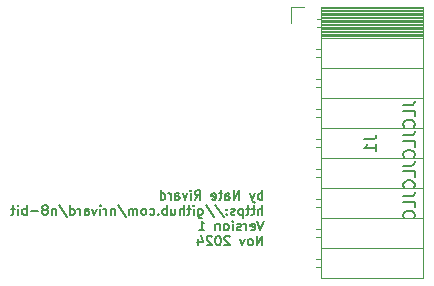
<source format=gbr>
%TF.GenerationSoftware,KiCad,Pcbnew,8.0.5*%
%TF.CreationDate,2024-11-04T18:15:50+01:00*%
%TF.ProjectId,spi master,73706920-6d61-4737-9465-722e6b696361,rev?*%
%TF.SameCoordinates,Original*%
%TF.FileFunction,Legend,Bot*%
%TF.FilePolarity,Positive*%
%FSLAX46Y46*%
G04 Gerber Fmt 4.6, Leading zero omitted, Abs format (unit mm)*
G04 Created by KiCad (PCBNEW 8.0.5) date 2024-11-04 18:15:50*
%MOMM*%
%LPD*%
G01*
G04 APERTURE LIST*
%ADD10C,0.150000*%
%ADD11C,0.120000*%
G04 APERTURE END LIST*
D10*
X198310619Y-99134493D02*
X199024904Y-99134493D01*
X199024904Y-99134493D02*
X199167761Y-99086874D01*
X199167761Y-99086874D02*
X199263000Y-98991636D01*
X199263000Y-98991636D02*
X199310619Y-98848779D01*
X199310619Y-98848779D02*
X199310619Y-98753541D01*
X199310619Y-100086874D02*
X199310619Y-99610684D01*
X199310619Y-99610684D02*
X198310619Y-99610684D01*
X199215380Y-100991636D02*
X199263000Y-100944017D01*
X199263000Y-100944017D02*
X199310619Y-100801160D01*
X199310619Y-100801160D02*
X199310619Y-100705922D01*
X199310619Y-100705922D02*
X199263000Y-100563065D01*
X199263000Y-100563065D02*
X199167761Y-100467827D01*
X199167761Y-100467827D02*
X199072523Y-100420208D01*
X199072523Y-100420208D02*
X198882047Y-100372589D01*
X198882047Y-100372589D02*
X198739190Y-100372589D01*
X198739190Y-100372589D02*
X198548714Y-100420208D01*
X198548714Y-100420208D02*
X198453476Y-100467827D01*
X198453476Y-100467827D02*
X198358238Y-100563065D01*
X198358238Y-100563065D02*
X198310619Y-100705922D01*
X198310619Y-100705922D02*
X198310619Y-100801160D01*
X198310619Y-100801160D02*
X198358238Y-100944017D01*
X198358238Y-100944017D02*
X198405857Y-100991636D01*
X198310619Y-101705922D02*
X199024904Y-101705922D01*
X199024904Y-101705922D02*
X199167761Y-101658303D01*
X199167761Y-101658303D02*
X199263000Y-101563065D01*
X199263000Y-101563065D02*
X199310619Y-101420208D01*
X199310619Y-101420208D02*
X199310619Y-101324970D01*
X199310619Y-102658303D02*
X199310619Y-102182113D01*
X199310619Y-102182113D02*
X198310619Y-102182113D01*
X199215380Y-103563065D02*
X199263000Y-103515446D01*
X199263000Y-103515446D02*
X199310619Y-103372589D01*
X199310619Y-103372589D02*
X199310619Y-103277351D01*
X199310619Y-103277351D02*
X199263000Y-103134494D01*
X199263000Y-103134494D02*
X199167761Y-103039256D01*
X199167761Y-103039256D02*
X199072523Y-102991637D01*
X199072523Y-102991637D02*
X198882047Y-102944018D01*
X198882047Y-102944018D02*
X198739190Y-102944018D01*
X198739190Y-102944018D02*
X198548714Y-102991637D01*
X198548714Y-102991637D02*
X198453476Y-103039256D01*
X198453476Y-103039256D02*
X198358238Y-103134494D01*
X198358238Y-103134494D02*
X198310619Y-103277351D01*
X198310619Y-103277351D02*
X198310619Y-103372589D01*
X198310619Y-103372589D02*
X198358238Y-103515446D01*
X198358238Y-103515446D02*
X198405857Y-103563065D01*
X198310619Y-104277351D02*
X199024904Y-104277351D01*
X199024904Y-104277351D02*
X199167761Y-104229732D01*
X199167761Y-104229732D02*
X199263000Y-104134494D01*
X199263000Y-104134494D02*
X199310619Y-103991637D01*
X199310619Y-103991637D02*
X199310619Y-103896399D01*
X199310619Y-105229732D02*
X199310619Y-104753542D01*
X199310619Y-104753542D02*
X198310619Y-104753542D01*
X199215380Y-106134494D02*
X199263000Y-106086875D01*
X199263000Y-106086875D02*
X199310619Y-105944018D01*
X199310619Y-105944018D02*
X199310619Y-105848780D01*
X199310619Y-105848780D02*
X199263000Y-105705923D01*
X199263000Y-105705923D02*
X199167761Y-105610685D01*
X199167761Y-105610685D02*
X199072523Y-105563066D01*
X199072523Y-105563066D02*
X198882047Y-105515447D01*
X198882047Y-105515447D02*
X198739190Y-105515447D01*
X198739190Y-105515447D02*
X198548714Y-105563066D01*
X198548714Y-105563066D02*
X198453476Y-105610685D01*
X198453476Y-105610685D02*
X198358238Y-105705923D01*
X198358238Y-105705923D02*
X198310619Y-105848780D01*
X198310619Y-105848780D02*
X198310619Y-105944018D01*
X198310619Y-105944018D02*
X198358238Y-106086875D01*
X198358238Y-106086875D02*
X198405857Y-106134494D01*
X198310619Y-106848780D02*
X199024904Y-106848780D01*
X199024904Y-106848780D02*
X199167761Y-106801161D01*
X199167761Y-106801161D02*
X199263000Y-106705923D01*
X199263000Y-106705923D02*
X199310619Y-106563066D01*
X199310619Y-106563066D02*
X199310619Y-106467828D01*
X199310619Y-107801161D02*
X199310619Y-107324971D01*
X199310619Y-107324971D02*
X198310619Y-107324971D01*
X199215380Y-108705923D02*
X199263000Y-108658304D01*
X199263000Y-108658304D02*
X199310619Y-108515447D01*
X199310619Y-108515447D02*
X199310619Y-108420209D01*
X199310619Y-108420209D02*
X199263000Y-108277352D01*
X199263000Y-108277352D02*
X199167761Y-108182114D01*
X199167761Y-108182114D02*
X199072523Y-108134495D01*
X199072523Y-108134495D02*
X198882047Y-108086876D01*
X198882047Y-108086876D02*
X198739190Y-108086876D01*
X198739190Y-108086876D02*
X198548714Y-108134495D01*
X198548714Y-108134495D02*
X198453476Y-108182114D01*
X198453476Y-108182114D02*
X198358238Y-108277352D01*
X198358238Y-108277352D02*
X198310619Y-108420209D01*
X198310619Y-108420209D02*
X198310619Y-108515447D01*
X198310619Y-108515447D02*
X198358238Y-108658304D01*
X198358238Y-108658304D02*
X198405857Y-108705923D01*
X186400839Y-107142363D02*
X186400839Y-106342363D01*
X186400839Y-106647125D02*
X186324649Y-106609029D01*
X186324649Y-106609029D02*
X186172268Y-106609029D01*
X186172268Y-106609029D02*
X186096077Y-106647125D01*
X186096077Y-106647125D02*
X186057982Y-106685220D01*
X186057982Y-106685220D02*
X186019887Y-106761410D01*
X186019887Y-106761410D02*
X186019887Y-106989982D01*
X186019887Y-106989982D02*
X186057982Y-107066172D01*
X186057982Y-107066172D02*
X186096077Y-107104268D01*
X186096077Y-107104268D02*
X186172268Y-107142363D01*
X186172268Y-107142363D02*
X186324649Y-107142363D01*
X186324649Y-107142363D02*
X186400839Y-107104268D01*
X185753220Y-106609029D02*
X185562744Y-107142363D01*
X185372267Y-106609029D02*
X185562744Y-107142363D01*
X185562744Y-107142363D02*
X185638934Y-107332839D01*
X185638934Y-107332839D02*
X185677029Y-107370934D01*
X185677029Y-107370934D02*
X185753220Y-107409029D01*
X184457981Y-107142363D02*
X184457981Y-106342363D01*
X184457981Y-106342363D02*
X184000838Y-107142363D01*
X184000838Y-107142363D02*
X184000838Y-106342363D01*
X183277029Y-107142363D02*
X183277029Y-106723315D01*
X183277029Y-106723315D02*
X183315124Y-106647125D01*
X183315124Y-106647125D02*
X183391315Y-106609029D01*
X183391315Y-106609029D02*
X183543696Y-106609029D01*
X183543696Y-106609029D02*
X183619886Y-106647125D01*
X183277029Y-107104268D02*
X183353220Y-107142363D01*
X183353220Y-107142363D02*
X183543696Y-107142363D01*
X183543696Y-107142363D02*
X183619886Y-107104268D01*
X183619886Y-107104268D02*
X183657982Y-107028077D01*
X183657982Y-107028077D02*
X183657982Y-106951887D01*
X183657982Y-106951887D02*
X183619886Y-106875696D01*
X183619886Y-106875696D02*
X183543696Y-106837601D01*
X183543696Y-106837601D02*
X183353220Y-106837601D01*
X183353220Y-106837601D02*
X183277029Y-106799506D01*
X183010362Y-106609029D02*
X182705600Y-106609029D01*
X182896076Y-106342363D02*
X182896076Y-107028077D01*
X182896076Y-107028077D02*
X182857981Y-107104268D01*
X182857981Y-107104268D02*
X182781791Y-107142363D01*
X182781791Y-107142363D02*
X182705600Y-107142363D01*
X182134171Y-107104268D02*
X182210362Y-107142363D01*
X182210362Y-107142363D02*
X182362743Y-107142363D01*
X182362743Y-107142363D02*
X182438933Y-107104268D01*
X182438933Y-107104268D02*
X182477029Y-107028077D01*
X182477029Y-107028077D02*
X182477029Y-106723315D01*
X182477029Y-106723315D02*
X182438933Y-106647125D01*
X182438933Y-106647125D02*
X182362743Y-106609029D01*
X182362743Y-106609029D02*
X182210362Y-106609029D01*
X182210362Y-106609029D02*
X182134171Y-106647125D01*
X182134171Y-106647125D02*
X182096076Y-106723315D01*
X182096076Y-106723315D02*
X182096076Y-106799506D01*
X182096076Y-106799506D02*
X182477029Y-106875696D01*
X180686552Y-107142363D02*
X180953219Y-106761410D01*
X181143695Y-107142363D02*
X181143695Y-106342363D01*
X181143695Y-106342363D02*
X180838933Y-106342363D01*
X180838933Y-106342363D02*
X180762743Y-106380458D01*
X180762743Y-106380458D02*
X180724648Y-106418553D01*
X180724648Y-106418553D02*
X180686552Y-106494744D01*
X180686552Y-106494744D02*
X180686552Y-106609029D01*
X180686552Y-106609029D02*
X180724648Y-106685220D01*
X180724648Y-106685220D02*
X180762743Y-106723315D01*
X180762743Y-106723315D02*
X180838933Y-106761410D01*
X180838933Y-106761410D02*
X181143695Y-106761410D01*
X180343695Y-107142363D02*
X180343695Y-106609029D01*
X180343695Y-106342363D02*
X180381791Y-106380458D01*
X180381791Y-106380458D02*
X180343695Y-106418553D01*
X180343695Y-106418553D02*
X180305600Y-106380458D01*
X180305600Y-106380458D02*
X180343695Y-106342363D01*
X180343695Y-106342363D02*
X180343695Y-106418553D01*
X180038934Y-106609029D02*
X179848458Y-107142363D01*
X179848458Y-107142363D02*
X179657981Y-106609029D01*
X179010362Y-107142363D02*
X179010362Y-106723315D01*
X179010362Y-106723315D02*
X179048457Y-106647125D01*
X179048457Y-106647125D02*
X179124648Y-106609029D01*
X179124648Y-106609029D02*
X179277029Y-106609029D01*
X179277029Y-106609029D02*
X179353219Y-106647125D01*
X179010362Y-107104268D02*
X179086553Y-107142363D01*
X179086553Y-107142363D02*
X179277029Y-107142363D01*
X179277029Y-107142363D02*
X179353219Y-107104268D01*
X179353219Y-107104268D02*
X179391315Y-107028077D01*
X179391315Y-107028077D02*
X179391315Y-106951887D01*
X179391315Y-106951887D02*
X179353219Y-106875696D01*
X179353219Y-106875696D02*
X179277029Y-106837601D01*
X179277029Y-106837601D02*
X179086553Y-106837601D01*
X179086553Y-106837601D02*
X179010362Y-106799506D01*
X178629409Y-107142363D02*
X178629409Y-106609029D01*
X178629409Y-106761410D02*
X178591314Y-106685220D01*
X178591314Y-106685220D02*
X178553219Y-106647125D01*
X178553219Y-106647125D02*
X178477028Y-106609029D01*
X178477028Y-106609029D02*
X178400838Y-106609029D01*
X177791314Y-107142363D02*
X177791314Y-106342363D01*
X177791314Y-107104268D02*
X177867505Y-107142363D01*
X177867505Y-107142363D02*
X178019886Y-107142363D01*
X178019886Y-107142363D02*
X178096076Y-107104268D01*
X178096076Y-107104268D02*
X178134171Y-107066172D01*
X178134171Y-107066172D02*
X178172267Y-106989982D01*
X178172267Y-106989982D02*
X178172267Y-106761410D01*
X178172267Y-106761410D02*
X178134171Y-106685220D01*
X178134171Y-106685220D02*
X178096076Y-106647125D01*
X178096076Y-106647125D02*
X178019886Y-106609029D01*
X178019886Y-106609029D02*
X177867505Y-106609029D01*
X177867505Y-106609029D02*
X177791314Y-106647125D01*
X186400839Y-108430318D02*
X186400839Y-107630318D01*
X186057982Y-108430318D02*
X186057982Y-108011270D01*
X186057982Y-108011270D02*
X186096077Y-107935080D01*
X186096077Y-107935080D02*
X186172268Y-107896984D01*
X186172268Y-107896984D02*
X186286554Y-107896984D01*
X186286554Y-107896984D02*
X186362744Y-107935080D01*
X186362744Y-107935080D02*
X186400839Y-107973175D01*
X185791315Y-107896984D02*
X185486553Y-107896984D01*
X185677029Y-107630318D02*
X185677029Y-108316032D01*
X185677029Y-108316032D02*
X185638934Y-108392223D01*
X185638934Y-108392223D02*
X185562744Y-108430318D01*
X185562744Y-108430318D02*
X185486553Y-108430318D01*
X185334172Y-107896984D02*
X185029410Y-107896984D01*
X185219886Y-107630318D02*
X185219886Y-108316032D01*
X185219886Y-108316032D02*
X185181791Y-108392223D01*
X185181791Y-108392223D02*
X185105601Y-108430318D01*
X185105601Y-108430318D02*
X185029410Y-108430318D01*
X184762743Y-107896984D02*
X184762743Y-108696984D01*
X184762743Y-107935080D02*
X184686553Y-107896984D01*
X184686553Y-107896984D02*
X184534172Y-107896984D01*
X184534172Y-107896984D02*
X184457981Y-107935080D01*
X184457981Y-107935080D02*
X184419886Y-107973175D01*
X184419886Y-107973175D02*
X184381791Y-108049365D01*
X184381791Y-108049365D02*
X184381791Y-108277937D01*
X184381791Y-108277937D02*
X184419886Y-108354127D01*
X184419886Y-108354127D02*
X184457981Y-108392223D01*
X184457981Y-108392223D02*
X184534172Y-108430318D01*
X184534172Y-108430318D02*
X184686553Y-108430318D01*
X184686553Y-108430318D02*
X184762743Y-108392223D01*
X184077029Y-108392223D02*
X184000838Y-108430318D01*
X184000838Y-108430318D02*
X183848457Y-108430318D01*
X183848457Y-108430318D02*
X183772267Y-108392223D01*
X183772267Y-108392223D02*
X183734171Y-108316032D01*
X183734171Y-108316032D02*
X183734171Y-108277937D01*
X183734171Y-108277937D02*
X183772267Y-108201746D01*
X183772267Y-108201746D02*
X183848457Y-108163651D01*
X183848457Y-108163651D02*
X183962743Y-108163651D01*
X183962743Y-108163651D02*
X184038933Y-108125556D01*
X184038933Y-108125556D02*
X184077029Y-108049365D01*
X184077029Y-108049365D02*
X184077029Y-108011270D01*
X184077029Y-108011270D02*
X184038933Y-107935080D01*
X184038933Y-107935080D02*
X183962743Y-107896984D01*
X183962743Y-107896984D02*
X183848457Y-107896984D01*
X183848457Y-107896984D02*
X183772267Y-107935080D01*
X183391314Y-108354127D02*
X183353219Y-108392223D01*
X183353219Y-108392223D02*
X183391314Y-108430318D01*
X183391314Y-108430318D02*
X183429410Y-108392223D01*
X183429410Y-108392223D02*
X183391314Y-108354127D01*
X183391314Y-108354127D02*
X183391314Y-108430318D01*
X183391314Y-107935080D02*
X183353219Y-107973175D01*
X183353219Y-107973175D02*
X183391314Y-108011270D01*
X183391314Y-108011270D02*
X183429410Y-107973175D01*
X183429410Y-107973175D02*
X183391314Y-107935080D01*
X183391314Y-107935080D02*
X183391314Y-108011270D01*
X182438934Y-107592223D02*
X183124648Y-108620794D01*
X181600839Y-107592223D02*
X182286553Y-108620794D01*
X180991315Y-107896984D02*
X180991315Y-108544603D01*
X180991315Y-108544603D02*
X181029410Y-108620794D01*
X181029410Y-108620794D02*
X181067506Y-108658889D01*
X181067506Y-108658889D02*
X181143696Y-108696984D01*
X181143696Y-108696984D02*
X181257982Y-108696984D01*
X181257982Y-108696984D02*
X181334172Y-108658889D01*
X180991315Y-108392223D02*
X181067506Y-108430318D01*
X181067506Y-108430318D02*
X181219887Y-108430318D01*
X181219887Y-108430318D02*
X181296077Y-108392223D01*
X181296077Y-108392223D02*
X181334172Y-108354127D01*
X181334172Y-108354127D02*
X181372268Y-108277937D01*
X181372268Y-108277937D02*
X181372268Y-108049365D01*
X181372268Y-108049365D02*
X181334172Y-107973175D01*
X181334172Y-107973175D02*
X181296077Y-107935080D01*
X181296077Y-107935080D02*
X181219887Y-107896984D01*
X181219887Y-107896984D02*
X181067506Y-107896984D01*
X181067506Y-107896984D02*
X180991315Y-107935080D01*
X180610362Y-108430318D02*
X180610362Y-107896984D01*
X180610362Y-107630318D02*
X180648458Y-107668413D01*
X180648458Y-107668413D02*
X180610362Y-107706508D01*
X180610362Y-107706508D02*
X180572267Y-107668413D01*
X180572267Y-107668413D02*
X180610362Y-107630318D01*
X180610362Y-107630318D02*
X180610362Y-107706508D01*
X180343696Y-107896984D02*
X180038934Y-107896984D01*
X180229410Y-107630318D02*
X180229410Y-108316032D01*
X180229410Y-108316032D02*
X180191315Y-108392223D01*
X180191315Y-108392223D02*
X180115125Y-108430318D01*
X180115125Y-108430318D02*
X180038934Y-108430318D01*
X179772267Y-108430318D02*
X179772267Y-107630318D01*
X179429410Y-108430318D02*
X179429410Y-108011270D01*
X179429410Y-108011270D02*
X179467505Y-107935080D01*
X179467505Y-107935080D02*
X179543696Y-107896984D01*
X179543696Y-107896984D02*
X179657982Y-107896984D01*
X179657982Y-107896984D02*
X179734172Y-107935080D01*
X179734172Y-107935080D02*
X179772267Y-107973175D01*
X178705600Y-107896984D02*
X178705600Y-108430318D01*
X179048457Y-107896984D02*
X179048457Y-108316032D01*
X179048457Y-108316032D02*
X179010362Y-108392223D01*
X179010362Y-108392223D02*
X178934172Y-108430318D01*
X178934172Y-108430318D02*
X178819886Y-108430318D01*
X178819886Y-108430318D02*
X178743695Y-108392223D01*
X178743695Y-108392223D02*
X178705600Y-108354127D01*
X178324647Y-108430318D02*
X178324647Y-107630318D01*
X178324647Y-107935080D02*
X178248457Y-107896984D01*
X178248457Y-107896984D02*
X178096076Y-107896984D01*
X178096076Y-107896984D02*
X178019885Y-107935080D01*
X178019885Y-107935080D02*
X177981790Y-107973175D01*
X177981790Y-107973175D02*
X177943695Y-108049365D01*
X177943695Y-108049365D02*
X177943695Y-108277937D01*
X177943695Y-108277937D02*
X177981790Y-108354127D01*
X177981790Y-108354127D02*
X178019885Y-108392223D01*
X178019885Y-108392223D02*
X178096076Y-108430318D01*
X178096076Y-108430318D02*
X178248457Y-108430318D01*
X178248457Y-108430318D02*
X178324647Y-108392223D01*
X177600837Y-108354127D02*
X177562742Y-108392223D01*
X177562742Y-108392223D02*
X177600837Y-108430318D01*
X177600837Y-108430318D02*
X177638933Y-108392223D01*
X177638933Y-108392223D02*
X177600837Y-108354127D01*
X177600837Y-108354127D02*
X177600837Y-108430318D01*
X176877028Y-108392223D02*
X176953219Y-108430318D01*
X176953219Y-108430318D02*
X177105600Y-108430318D01*
X177105600Y-108430318D02*
X177181790Y-108392223D01*
X177181790Y-108392223D02*
X177219885Y-108354127D01*
X177219885Y-108354127D02*
X177257981Y-108277937D01*
X177257981Y-108277937D02*
X177257981Y-108049365D01*
X177257981Y-108049365D02*
X177219885Y-107973175D01*
X177219885Y-107973175D02*
X177181790Y-107935080D01*
X177181790Y-107935080D02*
X177105600Y-107896984D01*
X177105600Y-107896984D02*
X176953219Y-107896984D01*
X176953219Y-107896984D02*
X176877028Y-107935080D01*
X176419886Y-108430318D02*
X176496076Y-108392223D01*
X176496076Y-108392223D02*
X176534171Y-108354127D01*
X176534171Y-108354127D02*
X176572267Y-108277937D01*
X176572267Y-108277937D02*
X176572267Y-108049365D01*
X176572267Y-108049365D02*
X176534171Y-107973175D01*
X176534171Y-107973175D02*
X176496076Y-107935080D01*
X176496076Y-107935080D02*
X176419886Y-107896984D01*
X176419886Y-107896984D02*
X176305600Y-107896984D01*
X176305600Y-107896984D02*
X176229409Y-107935080D01*
X176229409Y-107935080D02*
X176191314Y-107973175D01*
X176191314Y-107973175D02*
X176153219Y-108049365D01*
X176153219Y-108049365D02*
X176153219Y-108277937D01*
X176153219Y-108277937D02*
X176191314Y-108354127D01*
X176191314Y-108354127D02*
X176229409Y-108392223D01*
X176229409Y-108392223D02*
X176305600Y-108430318D01*
X176305600Y-108430318D02*
X176419886Y-108430318D01*
X175810361Y-108430318D02*
X175810361Y-107896984D01*
X175810361Y-107973175D02*
X175772266Y-107935080D01*
X175772266Y-107935080D02*
X175696076Y-107896984D01*
X175696076Y-107896984D02*
X175581790Y-107896984D01*
X175581790Y-107896984D02*
X175505599Y-107935080D01*
X175505599Y-107935080D02*
X175467504Y-108011270D01*
X175467504Y-108011270D02*
X175467504Y-108430318D01*
X175467504Y-108011270D02*
X175429409Y-107935080D01*
X175429409Y-107935080D02*
X175353218Y-107896984D01*
X175353218Y-107896984D02*
X175238933Y-107896984D01*
X175238933Y-107896984D02*
X175162742Y-107935080D01*
X175162742Y-107935080D02*
X175124647Y-108011270D01*
X175124647Y-108011270D02*
X175124647Y-108430318D01*
X174172266Y-107592223D02*
X174857980Y-108620794D01*
X173905599Y-107896984D02*
X173905599Y-108430318D01*
X173905599Y-107973175D02*
X173867504Y-107935080D01*
X173867504Y-107935080D02*
X173791314Y-107896984D01*
X173791314Y-107896984D02*
X173677028Y-107896984D01*
X173677028Y-107896984D02*
X173600837Y-107935080D01*
X173600837Y-107935080D02*
X173562742Y-108011270D01*
X173562742Y-108011270D02*
X173562742Y-108430318D01*
X173181789Y-108430318D02*
X173181789Y-107896984D01*
X173181789Y-108049365D02*
X173143694Y-107973175D01*
X173143694Y-107973175D02*
X173105599Y-107935080D01*
X173105599Y-107935080D02*
X173029408Y-107896984D01*
X173029408Y-107896984D02*
X172953218Y-107896984D01*
X172686551Y-108430318D02*
X172686551Y-107896984D01*
X172686551Y-107630318D02*
X172724647Y-107668413D01*
X172724647Y-107668413D02*
X172686551Y-107706508D01*
X172686551Y-107706508D02*
X172648456Y-107668413D01*
X172648456Y-107668413D02*
X172686551Y-107630318D01*
X172686551Y-107630318D02*
X172686551Y-107706508D01*
X172381790Y-107896984D02*
X172191314Y-108430318D01*
X172191314Y-108430318D02*
X172000837Y-107896984D01*
X171353218Y-108430318D02*
X171353218Y-108011270D01*
X171353218Y-108011270D02*
X171391313Y-107935080D01*
X171391313Y-107935080D02*
X171467504Y-107896984D01*
X171467504Y-107896984D02*
X171619885Y-107896984D01*
X171619885Y-107896984D02*
X171696075Y-107935080D01*
X171353218Y-108392223D02*
X171429409Y-108430318D01*
X171429409Y-108430318D02*
X171619885Y-108430318D01*
X171619885Y-108430318D02*
X171696075Y-108392223D01*
X171696075Y-108392223D02*
X171734171Y-108316032D01*
X171734171Y-108316032D02*
X171734171Y-108239842D01*
X171734171Y-108239842D02*
X171696075Y-108163651D01*
X171696075Y-108163651D02*
X171619885Y-108125556D01*
X171619885Y-108125556D02*
X171429409Y-108125556D01*
X171429409Y-108125556D02*
X171353218Y-108087461D01*
X170972265Y-108430318D02*
X170972265Y-107896984D01*
X170972265Y-108049365D02*
X170934170Y-107973175D01*
X170934170Y-107973175D02*
X170896075Y-107935080D01*
X170896075Y-107935080D02*
X170819884Y-107896984D01*
X170819884Y-107896984D02*
X170743694Y-107896984D01*
X170134170Y-108430318D02*
X170134170Y-107630318D01*
X170134170Y-108392223D02*
X170210361Y-108430318D01*
X170210361Y-108430318D02*
X170362742Y-108430318D01*
X170362742Y-108430318D02*
X170438932Y-108392223D01*
X170438932Y-108392223D02*
X170477027Y-108354127D01*
X170477027Y-108354127D02*
X170515123Y-108277937D01*
X170515123Y-108277937D02*
X170515123Y-108049365D01*
X170515123Y-108049365D02*
X170477027Y-107973175D01*
X170477027Y-107973175D02*
X170438932Y-107935080D01*
X170438932Y-107935080D02*
X170362742Y-107896984D01*
X170362742Y-107896984D02*
X170210361Y-107896984D01*
X170210361Y-107896984D02*
X170134170Y-107935080D01*
X169181789Y-107592223D02*
X169867503Y-108620794D01*
X168915122Y-107896984D02*
X168915122Y-108430318D01*
X168915122Y-107973175D02*
X168877027Y-107935080D01*
X168877027Y-107935080D02*
X168800837Y-107896984D01*
X168800837Y-107896984D02*
X168686551Y-107896984D01*
X168686551Y-107896984D02*
X168610360Y-107935080D01*
X168610360Y-107935080D02*
X168572265Y-108011270D01*
X168572265Y-108011270D02*
X168572265Y-108430318D01*
X168077027Y-107973175D02*
X168153217Y-107935080D01*
X168153217Y-107935080D02*
X168191312Y-107896984D01*
X168191312Y-107896984D02*
X168229408Y-107820794D01*
X168229408Y-107820794D02*
X168229408Y-107782699D01*
X168229408Y-107782699D02*
X168191312Y-107706508D01*
X168191312Y-107706508D02*
X168153217Y-107668413D01*
X168153217Y-107668413D02*
X168077027Y-107630318D01*
X168077027Y-107630318D02*
X167924646Y-107630318D01*
X167924646Y-107630318D02*
X167848455Y-107668413D01*
X167848455Y-107668413D02*
X167810360Y-107706508D01*
X167810360Y-107706508D02*
X167772265Y-107782699D01*
X167772265Y-107782699D02*
X167772265Y-107820794D01*
X167772265Y-107820794D02*
X167810360Y-107896984D01*
X167810360Y-107896984D02*
X167848455Y-107935080D01*
X167848455Y-107935080D02*
X167924646Y-107973175D01*
X167924646Y-107973175D02*
X168077027Y-107973175D01*
X168077027Y-107973175D02*
X168153217Y-108011270D01*
X168153217Y-108011270D02*
X168191312Y-108049365D01*
X168191312Y-108049365D02*
X168229408Y-108125556D01*
X168229408Y-108125556D02*
X168229408Y-108277937D01*
X168229408Y-108277937D02*
X168191312Y-108354127D01*
X168191312Y-108354127D02*
X168153217Y-108392223D01*
X168153217Y-108392223D02*
X168077027Y-108430318D01*
X168077027Y-108430318D02*
X167924646Y-108430318D01*
X167924646Y-108430318D02*
X167848455Y-108392223D01*
X167848455Y-108392223D02*
X167810360Y-108354127D01*
X167810360Y-108354127D02*
X167772265Y-108277937D01*
X167772265Y-108277937D02*
X167772265Y-108125556D01*
X167772265Y-108125556D02*
X167810360Y-108049365D01*
X167810360Y-108049365D02*
X167848455Y-108011270D01*
X167848455Y-108011270D02*
X167924646Y-107973175D01*
X167429407Y-108125556D02*
X166819884Y-108125556D01*
X166438931Y-108430318D02*
X166438931Y-107630318D01*
X166438931Y-107935080D02*
X166362741Y-107896984D01*
X166362741Y-107896984D02*
X166210360Y-107896984D01*
X166210360Y-107896984D02*
X166134169Y-107935080D01*
X166134169Y-107935080D02*
X166096074Y-107973175D01*
X166096074Y-107973175D02*
X166057979Y-108049365D01*
X166057979Y-108049365D02*
X166057979Y-108277937D01*
X166057979Y-108277937D02*
X166096074Y-108354127D01*
X166096074Y-108354127D02*
X166134169Y-108392223D01*
X166134169Y-108392223D02*
X166210360Y-108430318D01*
X166210360Y-108430318D02*
X166362741Y-108430318D01*
X166362741Y-108430318D02*
X166438931Y-108392223D01*
X165715121Y-108430318D02*
X165715121Y-107896984D01*
X165715121Y-107630318D02*
X165753217Y-107668413D01*
X165753217Y-107668413D02*
X165715121Y-107706508D01*
X165715121Y-107706508D02*
X165677026Y-107668413D01*
X165677026Y-107668413D02*
X165715121Y-107630318D01*
X165715121Y-107630318D02*
X165715121Y-107706508D01*
X165448455Y-107896984D02*
X165143693Y-107896984D01*
X165334169Y-107630318D02*
X165334169Y-108316032D01*
X165334169Y-108316032D02*
X165296074Y-108392223D01*
X165296074Y-108392223D02*
X165219884Y-108430318D01*
X165219884Y-108430318D02*
X165143693Y-108430318D01*
X186515125Y-108918273D02*
X186248458Y-109718273D01*
X186248458Y-109718273D02*
X185981792Y-108918273D01*
X185410363Y-109680178D02*
X185486554Y-109718273D01*
X185486554Y-109718273D02*
X185638935Y-109718273D01*
X185638935Y-109718273D02*
X185715125Y-109680178D01*
X185715125Y-109680178D02*
X185753221Y-109603987D01*
X185753221Y-109603987D02*
X185753221Y-109299225D01*
X185753221Y-109299225D02*
X185715125Y-109223035D01*
X185715125Y-109223035D02*
X185638935Y-109184939D01*
X185638935Y-109184939D02*
X185486554Y-109184939D01*
X185486554Y-109184939D02*
X185410363Y-109223035D01*
X185410363Y-109223035D02*
X185372268Y-109299225D01*
X185372268Y-109299225D02*
X185372268Y-109375416D01*
X185372268Y-109375416D02*
X185753221Y-109451606D01*
X185029411Y-109718273D02*
X185029411Y-109184939D01*
X185029411Y-109337320D02*
X184991316Y-109261130D01*
X184991316Y-109261130D02*
X184953221Y-109223035D01*
X184953221Y-109223035D02*
X184877030Y-109184939D01*
X184877030Y-109184939D02*
X184800840Y-109184939D01*
X184572269Y-109680178D02*
X184496078Y-109718273D01*
X184496078Y-109718273D02*
X184343697Y-109718273D01*
X184343697Y-109718273D02*
X184267507Y-109680178D01*
X184267507Y-109680178D02*
X184229411Y-109603987D01*
X184229411Y-109603987D02*
X184229411Y-109565892D01*
X184229411Y-109565892D02*
X184267507Y-109489701D01*
X184267507Y-109489701D02*
X184343697Y-109451606D01*
X184343697Y-109451606D02*
X184457983Y-109451606D01*
X184457983Y-109451606D02*
X184534173Y-109413511D01*
X184534173Y-109413511D02*
X184572269Y-109337320D01*
X184572269Y-109337320D02*
X184572269Y-109299225D01*
X184572269Y-109299225D02*
X184534173Y-109223035D01*
X184534173Y-109223035D02*
X184457983Y-109184939D01*
X184457983Y-109184939D02*
X184343697Y-109184939D01*
X184343697Y-109184939D02*
X184267507Y-109223035D01*
X183886554Y-109718273D02*
X183886554Y-109184939D01*
X183886554Y-108918273D02*
X183924650Y-108956368D01*
X183924650Y-108956368D02*
X183886554Y-108994463D01*
X183886554Y-108994463D02*
X183848459Y-108956368D01*
X183848459Y-108956368D02*
X183886554Y-108918273D01*
X183886554Y-108918273D02*
X183886554Y-108994463D01*
X183391317Y-109718273D02*
X183467507Y-109680178D01*
X183467507Y-109680178D02*
X183505602Y-109642082D01*
X183505602Y-109642082D02*
X183543698Y-109565892D01*
X183543698Y-109565892D02*
X183543698Y-109337320D01*
X183543698Y-109337320D02*
X183505602Y-109261130D01*
X183505602Y-109261130D02*
X183467507Y-109223035D01*
X183467507Y-109223035D02*
X183391317Y-109184939D01*
X183391317Y-109184939D02*
X183277031Y-109184939D01*
X183277031Y-109184939D02*
X183200840Y-109223035D01*
X183200840Y-109223035D02*
X183162745Y-109261130D01*
X183162745Y-109261130D02*
X183124650Y-109337320D01*
X183124650Y-109337320D02*
X183124650Y-109565892D01*
X183124650Y-109565892D02*
X183162745Y-109642082D01*
X183162745Y-109642082D02*
X183200840Y-109680178D01*
X183200840Y-109680178D02*
X183277031Y-109718273D01*
X183277031Y-109718273D02*
X183391317Y-109718273D01*
X182781792Y-109184939D02*
X182781792Y-109718273D01*
X182781792Y-109261130D02*
X182743697Y-109223035D01*
X182743697Y-109223035D02*
X182667507Y-109184939D01*
X182667507Y-109184939D02*
X182553221Y-109184939D01*
X182553221Y-109184939D02*
X182477030Y-109223035D01*
X182477030Y-109223035D02*
X182438935Y-109299225D01*
X182438935Y-109299225D02*
X182438935Y-109718273D01*
X181029411Y-109718273D02*
X181486554Y-109718273D01*
X181257982Y-109718273D02*
X181257982Y-108918273D01*
X181257982Y-108918273D02*
X181334173Y-109032558D01*
X181334173Y-109032558D02*
X181410363Y-109108749D01*
X181410363Y-109108749D02*
X181486554Y-109146844D01*
X186400839Y-111006228D02*
X186400839Y-110206228D01*
X186400839Y-110206228D02*
X185943696Y-111006228D01*
X185943696Y-111006228D02*
X185943696Y-110206228D01*
X185448459Y-111006228D02*
X185524649Y-110968133D01*
X185524649Y-110968133D02*
X185562744Y-110930037D01*
X185562744Y-110930037D02*
X185600840Y-110853847D01*
X185600840Y-110853847D02*
X185600840Y-110625275D01*
X185600840Y-110625275D02*
X185562744Y-110549085D01*
X185562744Y-110549085D02*
X185524649Y-110510990D01*
X185524649Y-110510990D02*
X185448459Y-110472894D01*
X185448459Y-110472894D02*
X185334173Y-110472894D01*
X185334173Y-110472894D02*
X185257982Y-110510990D01*
X185257982Y-110510990D02*
X185219887Y-110549085D01*
X185219887Y-110549085D02*
X185181792Y-110625275D01*
X185181792Y-110625275D02*
X185181792Y-110853847D01*
X185181792Y-110853847D02*
X185219887Y-110930037D01*
X185219887Y-110930037D02*
X185257982Y-110968133D01*
X185257982Y-110968133D02*
X185334173Y-111006228D01*
X185334173Y-111006228D02*
X185448459Y-111006228D01*
X184915125Y-110472894D02*
X184724649Y-111006228D01*
X184724649Y-111006228D02*
X184534172Y-110472894D01*
X183657982Y-110282418D02*
X183619886Y-110244323D01*
X183619886Y-110244323D02*
X183543696Y-110206228D01*
X183543696Y-110206228D02*
X183353220Y-110206228D01*
X183353220Y-110206228D02*
X183277029Y-110244323D01*
X183277029Y-110244323D02*
X183238934Y-110282418D01*
X183238934Y-110282418D02*
X183200839Y-110358609D01*
X183200839Y-110358609D02*
X183200839Y-110434799D01*
X183200839Y-110434799D02*
X183238934Y-110549085D01*
X183238934Y-110549085D02*
X183696077Y-111006228D01*
X183696077Y-111006228D02*
X183200839Y-111006228D01*
X182705600Y-110206228D02*
X182629410Y-110206228D01*
X182629410Y-110206228D02*
X182553219Y-110244323D01*
X182553219Y-110244323D02*
X182515124Y-110282418D01*
X182515124Y-110282418D02*
X182477029Y-110358609D01*
X182477029Y-110358609D02*
X182438934Y-110510990D01*
X182438934Y-110510990D02*
X182438934Y-110701466D01*
X182438934Y-110701466D02*
X182477029Y-110853847D01*
X182477029Y-110853847D02*
X182515124Y-110930037D01*
X182515124Y-110930037D02*
X182553219Y-110968133D01*
X182553219Y-110968133D02*
X182629410Y-111006228D01*
X182629410Y-111006228D02*
X182705600Y-111006228D01*
X182705600Y-111006228D02*
X182781791Y-110968133D01*
X182781791Y-110968133D02*
X182819886Y-110930037D01*
X182819886Y-110930037D02*
X182857981Y-110853847D01*
X182857981Y-110853847D02*
X182896077Y-110701466D01*
X182896077Y-110701466D02*
X182896077Y-110510990D01*
X182896077Y-110510990D02*
X182857981Y-110358609D01*
X182857981Y-110358609D02*
X182819886Y-110282418D01*
X182819886Y-110282418D02*
X182781791Y-110244323D01*
X182781791Y-110244323D02*
X182705600Y-110206228D01*
X182134172Y-110282418D02*
X182096076Y-110244323D01*
X182096076Y-110244323D02*
X182019886Y-110206228D01*
X182019886Y-110206228D02*
X181829410Y-110206228D01*
X181829410Y-110206228D02*
X181753219Y-110244323D01*
X181753219Y-110244323D02*
X181715124Y-110282418D01*
X181715124Y-110282418D02*
X181677029Y-110358609D01*
X181677029Y-110358609D02*
X181677029Y-110434799D01*
X181677029Y-110434799D02*
X181715124Y-110549085D01*
X181715124Y-110549085D02*
X182172267Y-111006228D01*
X182172267Y-111006228D02*
X181677029Y-111006228D01*
X180991314Y-110472894D02*
X180991314Y-111006228D01*
X181181790Y-110168133D02*
X181372267Y-110739561D01*
X181372267Y-110739561D02*
X180877028Y-110739561D01*
X195034819Y-102028666D02*
X195749104Y-102028666D01*
X195749104Y-102028666D02*
X195891961Y-101981047D01*
X195891961Y-101981047D02*
X195987200Y-101885809D01*
X195987200Y-101885809D02*
X196034819Y-101742952D01*
X196034819Y-101742952D02*
X196034819Y-101647714D01*
X196034819Y-103028666D02*
X196034819Y-102457238D01*
X196034819Y-102742952D02*
X195034819Y-102742952D01*
X195034819Y-102742952D02*
X195177676Y-102647714D01*
X195177676Y-102647714D02*
X195272914Y-102552476D01*
X195272914Y-102552476D02*
X195320533Y-102457238D01*
D11*
%TO.C,J1*%
X188800000Y-90832000D02*
X189910000Y-90832000D01*
X188800000Y-92162000D02*
X188800000Y-90832000D01*
X190960000Y-94342000D02*
X191370000Y-94342000D01*
X190960000Y-95062000D02*
X191370000Y-95062000D01*
X190960000Y-96882000D02*
X191370000Y-96882000D01*
X190960000Y-97602000D02*
X191370000Y-97602000D01*
X190960000Y-99422000D02*
X191370000Y-99422000D01*
X190960000Y-100142000D02*
X191370000Y-100142000D01*
X190960000Y-101962000D02*
X191370000Y-101962000D01*
X190960000Y-102682000D02*
X191370000Y-102682000D01*
X190960000Y-104502000D02*
X191370000Y-104502000D01*
X190960000Y-105222000D02*
X191370000Y-105222000D01*
X190960000Y-107042000D02*
X191370000Y-107042000D01*
X190960000Y-107762000D02*
X191370000Y-107762000D01*
X190960000Y-109582000D02*
X191370000Y-109582000D01*
X190960000Y-110302000D02*
X191370000Y-110302000D01*
X190960000Y-112122000D02*
X191370000Y-112122000D01*
X190960000Y-112842000D02*
X191370000Y-112842000D01*
X191020000Y-91802000D02*
X191370000Y-91802000D01*
X191020000Y-92522000D02*
X191370000Y-92522000D01*
X191370000Y-90832000D02*
X200000000Y-90832000D01*
X191370000Y-90952000D02*
X200000000Y-90952000D01*
X191370000Y-91070095D02*
X200000000Y-91070095D01*
X191370000Y-91188190D02*
X200000000Y-91188190D01*
X191370000Y-91306285D02*
X200000000Y-91306285D01*
X191370000Y-91424380D02*
X200000000Y-91424380D01*
X191370000Y-91542475D02*
X200000000Y-91542475D01*
X191370000Y-91660570D02*
X200000000Y-91660570D01*
X191370000Y-91778665D02*
X200000000Y-91778665D01*
X191370000Y-91896760D02*
X200000000Y-91896760D01*
X191370000Y-92014855D02*
X200000000Y-92014855D01*
X191370000Y-92132950D02*
X200000000Y-92132950D01*
X191370000Y-92251045D02*
X200000000Y-92251045D01*
X191370000Y-92369140D02*
X200000000Y-92369140D01*
X191370000Y-92487235D02*
X200000000Y-92487235D01*
X191370000Y-92605330D02*
X200000000Y-92605330D01*
X191370000Y-92723425D02*
X200000000Y-92723425D01*
X191370000Y-92841520D02*
X200000000Y-92841520D01*
X191370000Y-92959615D02*
X200000000Y-92959615D01*
X191370000Y-93077710D02*
X200000000Y-93077710D01*
X191370000Y-93195805D02*
X200000000Y-93195805D01*
X191370000Y-93313900D02*
X200000000Y-93313900D01*
X191370000Y-93432000D02*
X200000000Y-93432000D01*
X191370000Y-95972000D02*
X200000000Y-95972000D01*
X191370000Y-98512000D02*
X200000000Y-98512000D01*
X191370000Y-101052000D02*
X200000000Y-101052000D01*
X191370000Y-103592000D02*
X200000000Y-103592000D01*
X191370000Y-106132000D02*
X200000000Y-106132000D01*
X191370000Y-108672000D02*
X200000000Y-108672000D01*
X191370000Y-111212000D02*
X200000000Y-111212000D01*
X191370000Y-113812000D02*
X191370000Y-90832000D01*
X191370000Y-113812000D02*
X200000000Y-113812000D01*
X200000000Y-113812000D02*
X200000000Y-90832000D01*
%TD*%
M02*

</source>
